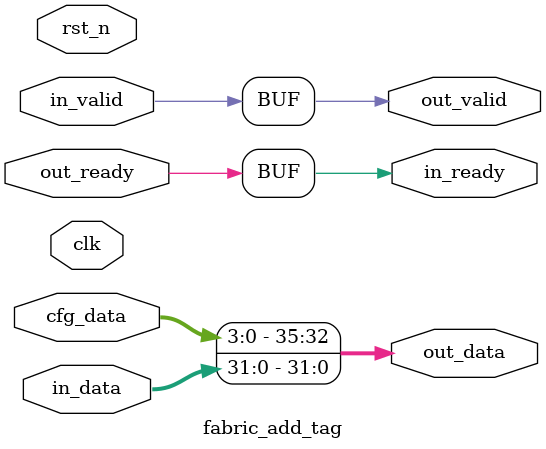
<source format=sv>

`include "fabric_common.svh"

module fabric_add_tag #(
    parameter int DATA_WIDTH = 32,
    parameter int TAG_WIDTH  = 4,
    localparam int IN_PW     = (DATA_WIDTH > 0) ? DATA_WIDTH : 1,
    localparam int OUT_PW    = (DATA_WIDTH + TAG_WIDTH > 0) ? DATA_WIDTH + TAG_WIDTH : 1,
    localparam int CONFIG_WIDTH = TAG_WIDTH
) (
    input  logic                clk,
    input  logic                rst_n,

    // Streaming input (untagged)
    input  logic                in_valid,
    output logic                in_ready,
    input  logic [IN_PW-1:0]   in_data,

    // Streaming output (tagged)
    output logic                out_valid,
    input  logic                out_ready,
    output logic [OUT_PW-1:0]   out_data,

    // Configuration: tag value to prepend
    input  logic [CONFIG_WIDTH > 0 ? CONFIG_WIDTH-1 : 0 : 0] cfg_data
);

  // -----------------------------------------------------------------------
  // Elaboration-time parameter validation (CPL_ errors)
  // -----------------------------------------------------------------------
  initial begin : param_check
    if (TAG_WIDTH < 1)
      $fatal(1, "CPL_ADD_TAG_TAG_WIDTH: TAG_WIDTH must be >= 1");
    if (DATA_WIDTH < 1)
      $fatal(1, "CPL_ADD_TAG_DATA_WIDTH: DATA_WIDTH must be >= 1");
  end

  // -----------------------------------------------------------------------
  // Combinational pass-through with tag prepend
  // -----------------------------------------------------------------------
  assign out_valid = in_valid;
  assign in_ready  = out_ready;
  assign out_data  = {cfg_data[TAG_WIDTH-1:0], in_data[DATA_WIDTH-1:0]};

endmodule

</source>
